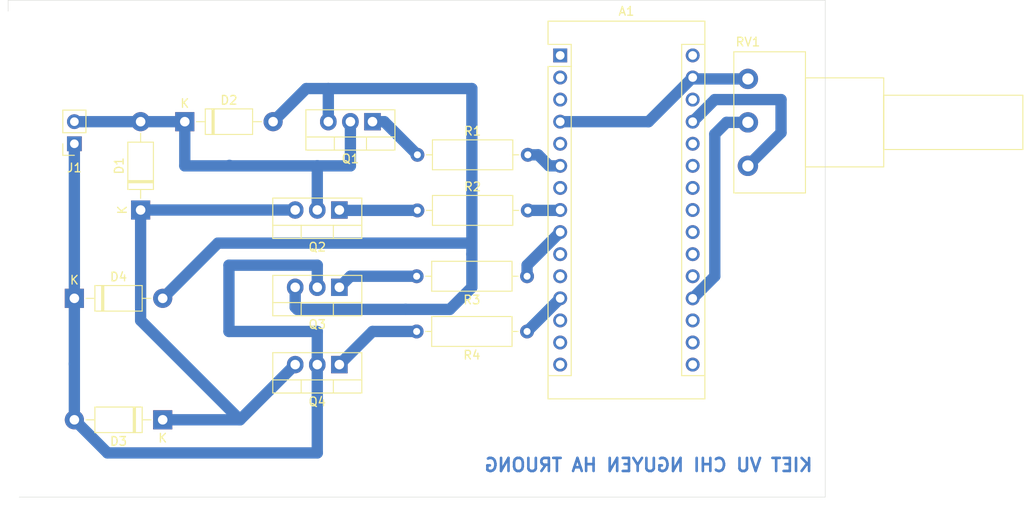
<source format=kicad_pcb>
(kicad_pcb (version 20171130) (host pcbnew "(5.1.10)-1")

  (general
    (thickness 1.6)
    (drawings 5)
    (tracks 73)
    (zones 0)
    (modules 15)
    (nets 38)
  )

  (page A4)
  (layers
    (0 F.Cu signal)
    (31 B.Cu signal)
    (32 B.Adhes user)
    (33 F.Adhes user)
    (34 B.Paste user)
    (35 F.Paste user)
    (36 B.SilkS user)
    (37 F.SilkS user)
    (38 B.Mask user)
    (39 F.Mask user)
    (40 Dwgs.User user)
    (41 Cmts.User user)
    (42 Eco1.User user)
    (43 Eco2.User user)
    (44 Edge.Cuts user)
    (45 Margin user)
    (46 B.CrtYd user)
    (47 F.CrtYd user)
    (48 B.Fab user)
    (49 F.Fab user)
  )

  (setup
    (last_trace_width 1.3)
    (user_trace_width 1)
    (user_trace_width 1.3)
    (trace_clearance 0.2)
    (zone_clearance 0.508)
    (zone_45_only no)
    (trace_min 0.2)
    (via_size 0.8)
    (via_drill 0.4)
    (via_min_size 0.4)
    (via_min_drill 0.3)
    (uvia_size 0.3)
    (uvia_drill 0.1)
    (uvias_allowed no)
    (uvia_min_size 0.2)
    (uvia_min_drill 0.1)
    (edge_width 0.05)
    (segment_width 0.2)
    (pcb_text_width 0.3)
    (pcb_text_size 1.5 1.5)
    (mod_edge_width 0.12)
    (mod_text_size 1 1)
    (mod_text_width 0.15)
    (pad_size 1.524 1.524)
    (pad_drill 0.762)
    (pad_to_mask_clearance 0)
    (aux_axis_origin 0 0)
    (visible_elements 7FFFFFFF)
    (pcbplotparams
      (layerselection 0x00000_fffffffe)
      (usegerberextensions false)
      (usegerberattributes true)
      (usegerberadvancedattributes true)
      (creategerberjobfile true)
      (excludeedgelayer true)
      (linewidth 0.100000)
      (plotframeref false)
      (viasonmask false)
      (mode 1)
      (useauxorigin false)
      (hpglpennumber 1)
      (hpglpenspeed 20)
      (hpglpendiameter 15.000000)
      (psnegative false)
      (psa4output false)
      (plotreference true)
      (plotvalue true)
      (plotinvisibletext false)
      (padsonsilk false)
      (subtractmaskfromsilk false)
      (outputformat 4)
      (mirror false)
      (drillshape 0)
      (scaleselection 1)
      (outputdirectory ""))
  )

  (net 0 "")
  (net 1 "Net-(A1-Pad16)")
  (net 2 "Net-(A1-Pad15)")
  (net 3 "Net-(A1-Pad30)")
  (net 4 "Net-(A1-Pad14)")
  (net 5 "Net-(A1-Pad29)")
  (net 6 "Net-(A1-Pad13)")
  (net 7 "Net-(A1-Pad28)")
  (net 8 "Net-(A1-Pad12)")
  (net 9 "Net-(A1-Pad27)")
  (net 10 "Net-(A1-Pad11)")
  (net 11 "Net-(A1-Pad26)")
  (net 12 "Net-(A1-Pad10)")
  (net 13 "Net-(A1-Pad25)")
  (net 14 "Net-(A1-Pad9)")
  (net 15 "Net-(A1-Pad24)")
  (net 16 "Net-(A1-Pad8)")
  (net 17 "Net-(A1-Pad23)")
  (net 18 "Net-(A1-Pad7)")
  (net 19 "Net-(A1-Pad22)")
  (net 20 "Net-(A1-Pad6)")
  (net 21 "Net-(A1-Pad21)")
  (net 22 "Net-(A1-Pad5)")
  (net 23 "Net-(A1-Pad20)")
  (net 24 "Net-(A1-Pad19)")
  (net 25 "Net-(A1-Pad3)")
  (net 26 "Net-(A1-Pad18)")
  (net 27 "Net-(A1-Pad2)")
  (net 28 "Net-(A1-Pad17)")
  (net 29 "Net-(A1-Pad1)")
  (net 30 "Net-(D1-Pad2)")
  (net 31 "Net-(D1-Pad1)")
  (net 32 "Net-(D3-Pad2)")
  (net 33 GND)
  (net 34 "Net-(Q1-Pad1)")
  (net 35 "Net-(Q2-Pad1)")
  (net 36 "Net-(Q3-Pad1)")
  (net 37 "Net-(Q4-Pad1)")

  (net_class Default "This is the default net class."
    (clearance 0.2)
    (trace_width 0.25)
    (via_dia 0.8)
    (via_drill 0.4)
    (uvia_dia 0.3)
    (uvia_drill 0.1)
    (add_net GND)
    (add_net "Net-(A1-Pad1)")
    (add_net "Net-(A1-Pad10)")
    (add_net "Net-(A1-Pad11)")
    (add_net "Net-(A1-Pad12)")
    (add_net "Net-(A1-Pad13)")
    (add_net "Net-(A1-Pad14)")
    (add_net "Net-(A1-Pad15)")
    (add_net "Net-(A1-Pad16)")
    (add_net "Net-(A1-Pad17)")
    (add_net "Net-(A1-Pad18)")
    (add_net "Net-(A1-Pad19)")
    (add_net "Net-(A1-Pad2)")
    (add_net "Net-(A1-Pad20)")
    (add_net "Net-(A1-Pad21)")
    (add_net "Net-(A1-Pad22)")
    (add_net "Net-(A1-Pad23)")
    (add_net "Net-(A1-Pad24)")
    (add_net "Net-(A1-Pad25)")
    (add_net "Net-(A1-Pad26)")
    (add_net "Net-(A1-Pad27)")
    (add_net "Net-(A1-Pad28)")
    (add_net "Net-(A1-Pad29)")
    (add_net "Net-(A1-Pad3)")
    (add_net "Net-(A1-Pad30)")
    (add_net "Net-(A1-Pad5)")
    (add_net "Net-(A1-Pad6)")
    (add_net "Net-(A1-Pad7)")
    (add_net "Net-(A1-Pad8)")
    (add_net "Net-(A1-Pad9)")
    (add_net "Net-(D1-Pad1)")
    (add_net "Net-(D1-Pad2)")
    (add_net "Net-(D3-Pad2)")
    (add_net "Net-(Q1-Pad1)")
    (add_net "Net-(Q2-Pad1)")
    (add_net "Net-(Q3-Pad1)")
    (add_net "Net-(Q4-Pad1)")
  )

  (module Package_TO_SOT_THT:TO-220-3_Vertical (layer F.Cu) (tedit 5AC8BA0D) (tstamp 63D7C118)
    (at 104.14 104.14 180)
    (descr "TO-220-3, Vertical, RM 2.54mm, see https://www.vishay.com/docs/66542/to-220-1.pdf")
    (tags "TO-220-3 Vertical RM 2.54mm")
    (path /63D84D2B)
    (fp_text reference Q4 (at 2.54 -4.27) (layer F.SilkS)
      (effects (font (size 1 1) (thickness 0.15)))
    )
    (fp_text value TIP127 (at 2.54 2.5) (layer F.Fab)
      (effects (font (size 1 1) (thickness 0.15)))
    )
    (fp_line (start 7.79 -3.4) (end -2.71 -3.4) (layer F.CrtYd) (width 0.05))
    (fp_line (start 7.79 1.51) (end 7.79 -3.4) (layer F.CrtYd) (width 0.05))
    (fp_line (start -2.71 1.51) (end 7.79 1.51) (layer F.CrtYd) (width 0.05))
    (fp_line (start -2.71 -3.4) (end -2.71 1.51) (layer F.CrtYd) (width 0.05))
    (fp_line (start 4.391 -3.27) (end 4.391 -1.76) (layer F.SilkS) (width 0.12))
    (fp_line (start 0.69 -3.27) (end 0.69 -1.76) (layer F.SilkS) (width 0.12))
    (fp_line (start -2.58 -1.76) (end 7.66 -1.76) (layer F.SilkS) (width 0.12))
    (fp_line (start 7.66 -3.27) (end 7.66 1.371) (layer F.SilkS) (width 0.12))
    (fp_line (start -2.58 -3.27) (end -2.58 1.371) (layer F.SilkS) (width 0.12))
    (fp_line (start -2.58 1.371) (end 7.66 1.371) (layer F.SilkS) (width 0.12))
    (fp_line (start -2.58 -3.27) (end 7.66 -3.27) (layer F.SilkS) (width 0.12))
    (fp_line (start 4.39 -3.15) (end 4.39 -1.88) (layer F.Fab) (width 0.1))
    (fp_line (start 0.69 -3.15) (end 0.69 -1.88) (layer F.Fab) (width 0.1))
    (fp_line (start -2.46 -1.88) (end 7.54 -1.88) (layer F.Fab) (width 0.1))
    (fp_line (start 7.54 -3.15) (end -2.46 -3.15) (layer F.Fab) (width 0.1))
    (fp_line (start 7.54 1.25) (end 7.54 -3.15) (layer F.Fab) (width 0.1))
    (fp_line (start -2.46 1.25) (end 7.54 1.25) (layer F.Fab) (width 0.1))
    (fp_line (start -2.46 -3.15) (end -2.46 1.25) (layer F.Fab) (width 0.1))
    (fp_text user %R (at 2.54 -4.27) (layer F.Fab)
      (effects (font (size 1 1) (thickness 0.15)))
    )
    (pad 3 thru_hole oval (at 5.08 0 180) (size 1.905 2) (drill 1.1) (layers *.Cu *.Mask)
      (net 31 "Net-(D1-Pad1)"))
    (pad 2 thru_hole oval (at 2.54 0 180) (size 1.905 2) (drill 1.1) (layers *.Cu *.Mask)
      (net 32 "Net-(D3-Pad2)"))
    (pad 1 thru_hole rect (at 0 0 180) (size 1.905 2) (drill 1.1) (layers *.Cu *.Mask)
      (net 37 "Net-(Q4-Pad1)"))
    (model ${KISYS3DMOD}/Package_TO_SOT_THT.3dshapes/TO-220-3_Vertical.wrl
      (at (xyz 0 0 0))
      (scale (xyz 1 1 1))
      (rotate (xyz 0 0 0))
    )
  )

  (module Resistor_THT:R_Axial_DIN0309_L9.0mm_D3.2mm_P12.70mm_Horizontal (layer F.Cu) (tedit 5AE5139B) (tstamp 63D7C12F)
    (at 113.115001 80.01)
    (descr "Resistor, Axial_DIN0309 series, Axial, Horizontal, pin pitch=12.7mm, 0.5W = 1/2W, length*diameter=9*3.2mm^2, http://cdn-reichelt.de/documents/datenblatt/B400/1_4W%23YAG.pdf")
    (tags "Resistor Axial_DIN0309 series Axial Horizontal pin pitch 12.7mm 0.5W = 1/2W length 9mm diameter 3.2mm")
    (path /63DAB10D)
    (fp_text reference R1 (at 6.35 -2.72) (layer F.SilkS)
      (effects (font (size 1 1) (thickness 0.15)))
    )
    (fp_text value R (at 6.35 2.72) (layer F.Fab)
      (effects (font (size 1 1) (thickness 0.15)))
    )
    (fp_line (start 13.75 -1.85) (end -1.05 -1.85) (layer F.CrtYd) (width 0.05))
    (fp_line (start 13.75 1.85) (end 13.75 -1.85) (layer F.CrtYd) (width 0.05))
    (fp_line (start -1.05 1.85) (end 13.75 1.85) (layer F.CrtYd) (width 0.05))
    (fp_line (start -1.05 -1.85) (end -1.05 1.85) (layer F.CrtYd) (width 0.05))
    (fp_line (start 11.66 0) (end 10.97 0) (layer F.SilkS) (width 0.12))
    (fp_line (start 1.04 0) (end 1.73 0) (layer F.SilkS) (width 0.12))
    (fp_line (start 10.97 -1.72) (end 1.73 -1.72) (layer F.SilkS) (width 0.12))
    (fp_line (start 10.97 1.72) (end 10.97 -1.72) (layer F.SilkS) (width 0.12))
    (fp_line (start 1.73 1.72) (end 10.97 1.72) (layer F.SilkS) (width 0.12))
    (fp_line (start 1.73 -1.72) (end 1.73 1.72) (layer F.SilkS) (width 0.12))
    (fp_line (start 12.7 0) (end 10.85 0) (layer F.Fab) (width 0.1))
    (fp_line (start 0 0) (end 1.85 0) (layer F.Fab) (width 0.1))
    (fp_line (start 10.85 -1.6) (end 1.85 -1.6) (layer F.Fab) (width 0.1))
    (fp_line (start 10.85 1.6) (end 10.85 -1.6) (layer F.Fab) (width 0.1))
    (fp_line (start 1.85 1.6) (end 10.85 1.6) (layer F.Fab) (width 0.1))
    (fp_line (start 1.85 -1.6) (end 1.85 1.6) (layer F.Fab) (width 0.1))
    (fp_text user %R (at 6.35 0) (layer F.Fab)
      (effects (font (size 1 1) (thickness 0.15)))
    )
    (pad 2 thru_hole oval (at 12.7 0) (size 1.6 1.6) (drill 0.8) (layers *.Cu *.Mask)
      (net 20 "Net-(A1-Pad6)"))
    (pad 1 thru_hole circle (at 0 0) (size 1.6 1.6) (drill 0.8) (layers *.Cu *.Mask)
      (net 34 "Net-(Q1-Pad1)"))
    (model ${KISYS3DMOD}/Resistor_THT.3dshapes/R_Axial_DIN0309_L9.0mm_D3.2mm_P12.70mm_Horizontal.wrl
      (at (xyz 0 0 0))
      (scale (xyz 1 1 1))
      (rotate (xyz 0 0 0))
    )
  )

  (module Package_TO_SOT_THT:TO-220-3_Vertical (layer F.Cu) (tedit 5AC8BA0D) (tstamp 63D7C0CA)
    (at 107.95 76.2 180)
    (descr "TO-220-3, Vertical, RM 2.54mm, see https://www.vishay.com/docs/66542/to-220-1.pdf")
    (tags "TO-220-3 Vertical RM 2.54mm")
    (path /63D7B807)
    (fp_text reference Q1 (at 2.54 -4.27) (layer F.SilkS)
      (effects (font (size 1 1) (thickness 0.15)))
    )
    (fp_text value TIP122 (at 2.54 2.5) (layer F.Fab)
      (effects (font (size 1 1) (thickness 0.15)))
    )
    (fp_line (start 7.79 -3.4) (end -2.71 -3.4) (layer F.CrtYd) (width 0.05))
    (fp_line (start 7.79 1.51) (end 7.79 -3.4) (layer F.CrtYd) (width 0.05))
    (fp_line (start -2.71 1.51) (end 7.79 1.51) (layer F.CrtYd) (width 0.05))
    (fp_line (start -2.71 -3.4) (end -2.71 1.51) (layer F.CrtYd) (width 0.05))
    (fp_line (start 4.391 -3.27) (end 4.391 -1.76) (layer F.SilkS) (width 0.12))
    (fp_line (start 0.69 -3.27) (end 0.69 -1.76) (layer F.SilkS) (width 0.12))
    (fp_line (start -2.58 -1.76) (end 7.66 -1.76) (layer F.SilkS) (width 0.12))
    (fp_line (start 7.66 -3.27) (end 7.66 1.371) (layer F.SilkS) (width 0.12))
    (fp_line (start -2.58 -3.27) (end -2.58 1.371) (layer F.SilkS) (width 0.12))
    (fp_line (start -2.58 1.371) (end 7.66 1.371) (layer F.SilkS) (width 0.12))
    (fp_line (start -2.58 -3.27) (end 7.66 -3.27) (layer F.SilkS) (width 0.12))
    (fp_line (start 4.39 -3.15) (end 4.39 -1.88) (layer F.Fab) (width 0.1))
    (fp_line (start 0.69 -3.15) (end 0.69 -1.88) (layer F.Fab) (width 0.1))
    (fp_line (start -2.46 -1.88) (end 7.54 -1.88) (layer F.Fab) (width 0.1))
    (fp_line (start 7.54 -3.15) (end -2.46 -3.15) (layer F.Fab) (width 0.1))
    (fp_line (start 7.54 1.25) (end 7.54 -3.15) (layer F.Fab) (width 0.1))
    (fp_line (start -2.46 1.25) (end 7.54 1.25) (layer F.Fab) (width 0.1))
    (fp_line (start -2.46 -3.15) (end -2.46 1.25) (layer F.Fab) (width 0.1))
    (fp_text user %R (at 2.54 -4.27) (layer F.Fab)
      (effects (font (size 1 1) (thickness 0.15)))
    )
    (pad 3 thru_hole oval (at 5.08 0 180) (size 1.905 2) (drill 1.1) (layers *.Cu *.Mask)
      (net 33 GND))
    (pad 2 thru_hole oval (at 2.54 0 180) (size 1.905 2) (drill 1.1) (layers *.Cu *.Mask)
      (net 30 "Net-(D1-Pad2)"))
    (pad 1 thru_hole rect (at 0 0 180) (size 1.905 2) (drill 1.1) (layers *.Cu *.Mask)
      (net 34 "Net-(Q1-Pad1)"))
    (model ${KISYS3DMOD}/Package_TO_SOT_THT.3dshapes/TO-220-3_Vertical.wrl
      (at (xyz 0 0 0))
      (scale (xyz 1 1 1))
      (rotate (xyz 0 0 0))
    )
  )

  (module Potentiometer_THT:Potentiometer_Piher_PC-16_Single_Horizontal (layer F.Cu) (tedit 5A3D4993) (tstamp 63D7C198)
    (at 151.13 81.28)
    (descr "Potentiometer, horizontal, Piher PC-16 Single, http://www.piher-nacesa.com/pdf/20-PC16v03.pdf")
    (tags "Potentiometer horizontal Piher PC-16 Single")
    (path /63DD9462)
    (fp_text reference RV1 (at 0 -14.25) (layer F.SilkS)
      (effects (font (size 1 1) (thickness 0.15)))
    )
    (fp_text value R_POT (at 0 4.25) (layer F.Fab)
      (effects (font (size 1 1) (thickness 0.15)))
    )
    (fp_line (start 31.75 -13.25) (end -1.75 -13.25) (layer F.CrtYd) (width 0.05))
    (fp_line (start 31.75 3.25) (end 31.75 -13.25) (layer F.CrtYd) (width 0.05))
    (fp_line (start -1.75 3.25) (end 31.75 3.25) (layer F.CrtYd) (width 0.05))
    (fp_line (start -1.75 -13.25) (end -1.75 3.25) (layer F.CrtYd) (width 0.05))
    (fp_line (start 31.62 -8.12) (end 31.62 -1.879) (layer F.SilkS) (width 0.12))
    (fp_line (start 15.62 -8.12) (end 15.62 -1.879) (layer F.SilkS) (width 0.12))
    (fp_line (start 15.62 -1.879) (end 31.62 -1.879) (layer F.SilkS) (width 0.12))
    (fp_line (start 15.62 -8.12) (end 31.62 -8.12) (layer F.SilkS) (width 0.12))
    (fp_line (start 15.62 -10.12) (end 15.62 0.12) (layer F.SilkS) (width 0.12))
    (fp_line (start 6.62 -10.12) (end 6.62 0.12) (layer F.SilkS) (width 0.12))
    (fp_line (start 6.62 0.12) (end 15.62 0.12) (layer F.SilkS) (width 0.12))
    (fp_line (start 6.62 -10.12) (end 15.62 -10.12) (layer F.SilkS) (width 0.12))
    (fp_line (start 6.62 -13.12) (end 6.62 3.12) (layer F.SilkS) (width 0.12))
    (fp_line (start -1.62 -13.12) (end -1.62 3.12) (layer F.SilkS) (width 0.12))
    (fp_line (start -1.62 3.12) (end 6.62 3.12) (layer F.SilkS) (width 0.12))
    (fp_line (start -1.62 -13.12) (end 6.62 -13.12) (layer F.SilkS) (width 0.12))
    (fp_line (start 31.5 -8) (end 15.5 -8) (layer F.Fab) (width 0.1))
    (fp_line (start 31.5 -2) (end 31.5 -8) (layer F.Fab) (width 0.1))
    (fp_line (start 15.5 -2) (end 31.5 -2) (layer F.Fab) (width 0.1))
    (fp_line (start 15.5 -8) (end 15.5 -2) (layer F.Fab) (width 0.1))
    (fp_line (start 15.5 -10) (end 6.5 -10) (layer F.Fab) (width 0.1))
    (fp_line (start 15.5 0) (end 15.5 -10) (layer F.Fab) (width 0.1))
    (fp_line (start 6.5 0) (end 15.5 0) (layer F.Fab) (width 0.1))
    (fp_line (start 6.5 -10) (end 6.5 0) (layer F.Fab) (width 0.1))
    (fp_line (start 6.5 -13) (end -1.5 -13) (layer F.Fab) (width 0.1))
    (fp_line (start 6.5 3) (end 6.5 -13) (layer F.Fab) (width 0.1))
    (fp_line (start -1.5 3) (end 6.5 3) (layer F.Fab) (width 0.1))
    (fp_line (start -1.5 -13) (end -1.5 3) (layer F.Fab) (width 0.1))
    (fp_text user %R (at 2.5 -5) (layer F.Fab)
      (effects (font (size 1 1) (thickness 0.15)))
    )
    (pad 1 thru_hole circle (at 0 0) (size 2.34 2.34) (drill 1.3) (layers *.Cu *.Mask)
      (net 9 "Net-(A1-Pad27)"))
    (pad 2 thru_hole circle (at 0 -5) (size 2.34 2.34) (drill 1.3) (layers *.Cu *.Mask)
      (net 24 "Net-(A1-Pad19)"))
    (pad 3 thru_hole circle (at 0 -10) (size 2.34 2.34) (drill 1.3) (layers *.Cu *.Mask)
      (net 5 "Net-(A1-Pad29)"))
    (model ${KISYS3DMOD}/Potentiometer_THT.3dshapes/Potentiometer_Piher_PC-16_Single_Horizontal.wrl
      (at (xyz 0 0 0))
      (scale (xyz 1 1 1))
      (rotate (xyz 0 0 0))
    )
  )

  (module Resistor_THT:R_Axial_DIN0309_L9.0mm_D3.2mm_P12.70mm_Horizontal (layer F.Cu) (tedit 5AE5139B) (tstamp 63D7C174)
    (at 125.73 100.33 180)
    (descr "Resistor, Axial_DIN0309 series, Axial, Horizontal, pin pitch=12.7mm, 0.5W = 1/2W, length*diameter=9*3.2mm^2, http://cdn-reichelt.de/documents/datenblatt/B400/1_4W%23YAG.pdf")
    (tags "Resistor Axial_DIN0309 series Axial Horizontal pin pitch 12.7mm 0.5W = 1/2W length 9mm diameter 3.2mm")
    (path /63DAC920)
    (fp_text reference R4 (at 6.35 -2.72) (layer F.SilkS)
      (effects (font (size 1 1) (thickness 0.15)))
    )
    (fp_text value R (at 6.35 2.72) (layer F.Fab)
      (effects (font (size 1 1) (thickness 0.15)))
    )
    (fp_line (start 13.75 -1.85) (end -1.05 -1.85) (layer F.CrtYd) (width 0.05))
    (fp_line (start 13.75 1.85) (end 13.75 -1.85) (layer F.CrtYd) (width 0.05))
    (fp_line (start -1.05 1.85) (end 13.75 1.85) (layer F.CrtYd) (width 0.05))
    (fp_line (start -1.05 -1.85) (end -1.05 1.85) (layer F.CrtYd) (width 0.05))
    (fp_line (start 11.66 0) (end 10.97 0) (layer F.SilkS) (width 0.12))
    (fp_line (start 1.04 0) (end 1.73 0) (layer F.SilkS) (width 0.12))
    (fp_line (start 10.97 -1.72) (end 1.73 -1.72) (layer F.SilkS) (width 0.12))
    (fp_line (start 10.97 1.72) (end 10.97 -1.72) (layer F.SilkS) (width 0.12))
    (fp_line (start 1.73 1.72) (end 10.97 1.72) (layer F.SilkS) (width 0.12))
    (fp_line (start 1.73 -1.72) (end 1.73 1.72) (layer F.SilkS) (width 0.12))
    (fp_line (start 12.7 0) (end 10.85 0) (layer F.Fab) (width 0.1))
    (fp_line (start 0 0) (end 1.85 0) (layer F.Fab) (width 0.1))
    (fp_line (start 10.85 -1.6) (end 1.85 -1.6) (layer F.Fab) (width 0.1))
    (fp_line (start 10.85 1.6) (end 10.85 -1.6) (layer F.Fab) (width 0.1))
    (fp_line (start 1.85 1.6) (end 10.85 1.6) (layer F.Fab) (width 0.1))
    (fp_line (start 1.85 -1.6) (end 1.85 1.6) (layer F.Fab) (width 0.1))
    (fp_text user %R (at 6.35 0) (layer F.Fab)
      (effects (font (size 1 1) (thickness 0.15)))
    )
    (pad 2 thru_hole oval (at 12.7 0 180) (size 1.6 1.6) (drill 0.8) (layers *.Cu *.Mask)
      (net 37 "Net-(Q4-Pad1)"))
    (pad 1 thru_hole circle (at 0 0 180) (size 1.6 1.6) (drill 0.8) (layers *.Cu *.Mask)
      (net 8 "Net-(A1-Pad12)"))
    (model ${KISYS3DMOD}/Resistor_THT.3dshapes/R_Axial_DIN0309_L9.0mm_D3.2mm_P12.70mm_Horizontal.wrl
      (at (xyz 0 0 0))
      (scale (xyz 1 1 1))
      (rotate (xyz 0 0 0))
    )
  )

  (module Resistor_THT:R_Axial_DIN0309_L9.0mm_D3.2mm_P12.70mm_Horizontal (layer F.Cu) (tedit 5AE5139B) (tstamp 63D7C15D)
    (at 125.73 93.98 180)
    (descr "Resistor, Axial_DIN0309 series, Axial, Horizontal, pin pitch=12.7mm, 0.5W = 1/2W, length*diameter=9*3.2mm^2, http://cdn-reichelt.de/documents/datenblatt/B400/1_4W%23YAG.pdf")
    (tags "Resistor Axial_DIN0309 series Axial Horizontal pin pitch 12.7mm 0.5W = 1/2W length 9mm diameter 3.2mm")
    (path /63DAC7B0)
    (fp_text reference R3 (at 6.35 -2.72) (layer F.SilkS)
      (effects (font (size 1 1) (thickness 0.15)))
    )
    (fp_text value R (at 6.35 2.72) (layer F.Fab)
      (effects (font (size 1 1) (thickness 0.15)))
    )
    (fp_line (start 13.75 -1.85) (end -1.05 -1.85) (layer F.CrtYd) (width 0.05))
    (fp_line (start 13.75 1.85) (end 13.75 -1.85) (layer F.CrtYd) (width 0.05))
    (fp_line (start -1.05 1.85) (end 13.75 1.85) (layer F.CrtYd) (width 0.05))
    (fp_line (start -1.05 -1.85) (end -1.05 1.85) (layer F.CrtYd) (width 0.05))
    (fp_line (start 11.66 0) (end 10.97 0) (layer F.SilkS) (width 0.12))
    (fp_line (start 1.04 0) (end 1.73 0) (layer F.SilkS) (width 0.12))
    (fp_line (start 10.97 -1.72) (end 1.73 -1.72) (layer F.SilkS) (width 0.12))
    (fp_line (start 10.97 1.72) (end 10.97 -1.72) (layer F.SilkS) (width 0.12))
    (fp_line (start 1.73 1.72) (end 10.97 1.72) (layer F.SilkS) (width 0.12))
    (fp_line (start 1.73 -1.72) (end 1.73 1.72) (layer F.SilkS) (width 0.12))
    (fp_line (start 12.7 0) (end 10.85 0) (layer F.Fab) (width 0.1))
    (fp_line (start 0 0) (end 1.85 0) (layer F.Fab) (width 0.1))
    (fp_line (start 10.85 -1.6) (end 1.85 -1.6) (layer F.Fab) (width 0.1))
    (fp_line (start 10.85 1.6) (end 10.85 -1.6) (layer F.Fab) (width 0.1))
    (fp_line (start 1.85 1.6) (end 10.85 1.6) (layer F.Fab) (width 0.1))
    (fp_line (start 1.85 -1.6) (end 1.85 1.6) (layer F.Fab) (width 0.1))
    (fp_text user %R (at 6.35 0 180) (layer F.Fab)
      (effects (font (size 1 1) (thickness 0.15)))
    )
    (pad 2 thru_hole oval (at 12.7 0 180) (size 1.6 1.6) (drill 0.8) (layers *.Cu *.Mask)
      (net 36 "Net-(Q3-Pad1)"))
    (pad 1 thru_hole circle (at 0 0 180) (size 1.6 1.6) (drill 0.8) (layers *.Cu *.Mask)
      (net 14 "Net-(A1-Pad9)"))
    (model ${KISYS3DMOD}/Resistor_THT.3dshapes/R_Axial_DIN0309_L9.0mm_D3.2mm_P12.70mm_Horizontal.wrl
      (at (xyz 0 0 0))
      (scale (xyz 1 1 1))
      (rotate (xyz 0 0 0))
    )
  )

  (module Resistor_THT:R_Axial_DIN0309_L9.0mm_D3.2mm_P12.70mm_Horizontal (layer F.Cu) (tedit 5AE5139B) (tstamp 63D7C146)
    (at 113.115001 86.405001)
    (descr "Resistor, Axial_DIN0309 series, Axial, Horizontal, pin pitch=12.7mm, 0.5W = 1/2W, length*diameter=9*3.2mm^2, http://cdn-reichelt.de/documents/datenblatt/B400/1_4W%23YAG.pdf")
    (tags "Resistor Axial_DIN0309 series Axial Horizontal pin pitch 12.7mm 0.5W = 1/2W length 9mm diameter 3.2mm")
    (path /63DAC70C)
    (fp_text reference R2 (at 6.35 -2.72) (layer F.SilkS)
      (effects (font (size 1 1) (thickness 0.15)))
    )
    (fp_text value R (at 6.35 2.72) (layer F.Fab)
      (effects (font (size 1 1) (thickness 0.15)))
    )
    (fp_line (start 13.75 -1.85) (end -1.05 -1.85) (layer F.CrtYd) (width 0.05))
    (fp_line (start 13.75 1.85) (end 13.75 -1.85) (layer F.CrtYd) (width 0.05))
    (fp_line (start -1.05 1.85) (end 13.75 1.85) (layer F.CrtYd) (width 0.05))
    (fp_line (start -1.05 -1.85) (end -1.05 1.85) (layer F.CrtYd) (width 0.05))
    (fp_line (start 11.66 0) (end 10.97 0) (layer F.SilkS) (width 0.12))
    (fp_line (start 1.04 0) (end 1.73 0) (layer F.SilkS) (width 0.12))
    (fp_line (start 10.97 -1.72) (end 1.73 -1.72) (layer F.SilkS) (width 0.12))
    (fp_line (start 10.97 1.72) (end 10.97 -1.72) (layer F.SilkS) (width 0.12))
    (fp_line (start 1.73 1.72) (end 10.97 1.72) (layer F.SilkS) (width 0.12))
    (fp_line (start 1.73 -1.72) (end 1.73 1.72) (layer F.SilkS) (width 0.12))
    (fp_line (start 12.7 0) (end 10.85 0) (layer F.Fab) (width 0.1))
    (fp_line (start 0 0) (end 1.85 0) (layer F.Fab) (width 0.1))
    (fp_line (start 10.85 -1.6) (end 1.85 -1.6) (layer F.Fab) (width 0.1))
    (fp_line (start 10.85 1.6) (end 10.85 -1.6) (layer F.Fab) (width 0.1))
    (fp_line (start 1.85 1.6) (end 10.85 1.6) (layer F.Fab) (width 0.1))
    (fp_line (start 1.85 -1.6) (end 1.85 1.6) (layer F.Fab) (width 0.1))
    (fp_text user %R (at 6.35 0) (layer F.Fab)
      (effects (font (size 1 1) (thickness 0.15)))
    )
    (pad 2 thru_hole oval (at 12.7 0) (size 1.6 1.6) (drill 0.8) (layers *.Cu *.Mask)
      (net 16 "Net-(A1-Pad8)"))
    (pad 1 thru_hole circle (at 0 0) (size 1.6 1.6) (drill 0.8) (layers *.Cu *.Mask)
      (net 35 "Net-(Q2-Pad1)"))
    (model ${KISYS3DMOD}/Resistor_THT.3dshapes/R_Axial_DIN0309_L9.0mm_D3.2mm_P12.70mm_Horizontal.wrl
      (at (xyz 0 0 0))
      (scale (xyz 1 1 1))
      (rotate (xyz 0 0 0))
    )
  )

  (module Package_TO_SOT_THT:TO-220-3_Vertical (layer F.Cu) (tedit 5AC8BA0D) (tstamp 63D7C0FE)
    (at 104.14 95.25 180)
    (descr "TO-220-3, Vertical, RM 2.54mm, see https://www.vishay.com/docs/66542/to-220-1.pdf")
    (tags "TO-220-3 Vertical RM 2.54mm")
    (path /63D7FA33)
    (fp_text reference Q3 (at 2.54 -4.27) (layer F.SilkS)
      (effects (font (size 1 1) (thickness 0.15)))
    )
    (fp_text value TIP122 (at 2.54 2.5) (layer F.Fab)
      (effects (font (size 1 1) (thickness 0.15)))
    )
    (fp_line (start 7.79 -3.4) (end -2.71 -3.4) (layer F.CrtYd) (width 0.05))
    (fp_line (start 7.79 1.51) (end 7.79 -3.4) (layer F.CrtYd) (width 0.05))
    (fp_line (start -2.71 1.51) (end 7.79 1.51) (layer F.CrtYd) (width 0.05))
    (fp_line (start -2.71 -3.4) (end -2.71 1.51) (layer F.CrtYd) (width 0.05))
    (fp_line (start 4.391 -3.27) (end 4.391 -1.76) (layer F.SilkS) (width 0.12))
    (fp_line (start 0.69 -3.27) (end 0.69 -1.76) (layer F.SilkS) (width 0.12))
    (fp_line (start -2.58 -1.76) (end 7.66 -1.76) (layer F.SilkS) (width 0.12))
    (fp_line (start 7.66 -3.27) (end 7.66 1.371) (layer F.SilkS) (width 0.12))
    (fp_line (start -2.58 -3.27) (end -2.58 1.371) (layer F.SilkS) (width 0.12))
    (fp_line (start -2.58 1.371) (end 7.66 1.371) (layer F.SilkS) (width 0.12))
    (fp_line (start -2.58 -3.27) (end 7.66 -3.27) (layer F.SilkS) (width 0.12))
    (fp_line (start 4.39 -3.15) (end 4.39 -1.88) (layer F.Fab) (width 0.1))
    (fp_line (start 0.69 -3.15) (end 0.69 -1.88) (layer F.Fab) (width 0.1))
    (fp_line (start -2.46 -1.88) (end 7.54 -1.88) (layer F.Fab) (width 0.1))
    (fp_line (start 7.54 -3.15) (end -2.46 -3.15) (layer F.Fab) (width 0.1))
    (fp_line (start 7.54 1.25) (end 7.54 -3.15) (layer F.Fab) (width 0.1))
    (fp_line (start -2.46 1.25) (end 7.54 1.25) (layer F.Fab) (width 0.1))
    (fp_line (start -2.46 -3.15) (end -2.46 1.25) (layer F.Fab) (width 0.1))
    (fp_text user %R (at 2.54 -4.27) (layer F.Fab)
      (effects (font (size 1 1) (thickness 0.15)))
    )
    (pad 3 thru_hole oval (at 5.08 0 180) (size 1.905 2) (drill 1.1) (layers *.Cu *.Mask)
      (net 33 GND))
    (pad 2 thru_hole oval (at 2.54 0 180) (size 1.905 2) (drill 1.1) (layers *.Cu *.Mask)
      (net 32 "Net-(D3-Pad2)"))
    (pad 1 thru_hole rect (at 0 0 180) (size 1.905 2) (drill 1.1) (layers *.Cu *.Mask)
      (net 36 "Net-(Q3-Pad1)"))
    (model ${KISYS3DMOD}/Package_TO_SOT_THT.3dshapes/TO-220-3_Vertical.wrl
      (at (xyz 0 0 0))
      (scale (xyz 1 1 1))
      (rotate (xyz 0 0 0))
    )
  )

  (module Package_TO_SOT_THT:TO-220-3_Vertical (layer F.Cu) (tedit 5AC8BA0D) (tstamp 63D7C0E4)
    (at 104.14 86.36 180)
    (descr "TO-220-3, Vertical, RM 2.54mm, see https://www.vishay.com/docs/66542/to-220-1.pdf")
    (tags "TO-220-3 Vertical RM 2.54mm")
    (path /63D801D5)
    (fp_text reference Q2 (at 2.54 -4.27) (layer F.SilkS)
      (effects (font (size 1 1) (thickness 0.15)))
    )
    (fp_text value TIP127 (at 2.54 2.5) (layer F.Fab)
      (effects (font (size 1 1) (thickness 0.15)))
    )
    (fp_line (start 7.79 -3.4) (end -2.71 -3.4) (layer F.CrtYd) (width 0.05))
    (fp_line (start 7.79 1.51) (end 7.79 -3.4) (layer F.CrtYd) (width 0.05))
    (fp_line (start -2.71 1.51) (end 7.79 1.51) (layer F.CrtYd) (width 0.05))
    (fp_line (start -2.71 -3.4) (end -2.71 1.51) (layer F.CrtYd) (width 0.05))
    (fp_line (start 4.391 -3.27) (end 4.391 -1.76) (layer F.SilkS) (width 0.12))
    (fp_line (start 0.69 -3.27) (end 0.69 -1.76) (layer F.SilkS) (width 0.12))
    (fp_line (start -2.58 -1.76) (end 7.66 -1.76) (layer F.SilkS) (width 0.12))
    (fp_line (start 7.66 -3.27) (end 7.66 1.371) (layer F.SilkS) (width 0.12))
    (fp_line (start -2.58 -3.27) (end -2.58 1.371) (layer F.SilkS) (width 0.12))
    (fp_line (start -2.58 1.371) (end 7.66 1.371) (layer F.SilkS) (width 0.12))
    (fp_line (start -2.58 -3.27) (end 7.66 -3.27) (layer F.SilkS) (width 0.12))
    (fp_line (start 4.39 -3.15) (end 4.39 -1.88) (layer F.Fab) (width 0.1))
    (fp_line (start 0.69 -3.15) (end 0.69 -1.88) (layer F.Fab) (width 0.1))
    (fp_line (start -2.46 -1.88) (end 7.54 -1.88) (layer F.Fab) (width 0.1))
    (fp_line (start 7.54 -3.15) (end -2.46 -3.15) (layer F.Fab) (width 0.1))
    (fp_line (start 7.54 1.25) (end 7.54 -3.15) (layer F.Fab) (width 0.1))
    (fp_line (start -2.46 1.25) (end 7.54 1.25) (layer F.Fab) (width 0.1))
    (fp_line (start -2.46 -3.15) (end -2.46 1.25) (layer F.Fab) (width 0.1))
    (fp_text user %R (at 2.54 -4.27) (layer F.Fab)
      (effects (font (size 1 1) (thickness 0.15)))
    )
    (pad 3 thru_hole oval (at 5.08 0 180) (size 1.905 2) (drill 1.1) (layers *.Cu *.Mask)
      (net 31 "Net-(D1-Pad1)"))
    (pad 2 thru_hole oval (at 2.54 0 180) (size 1.905 2) (drill 1.1) (layers *.Cu *.Mask)
      (net 30 "Net-(D1-Pad2)"))
    (pad 1 thru_hole rect (at 0 0 180) (size 1.905 2) (drill 1.1) (layers *.Cu *.Mask)
      (net 35 "Net-(Q2-Pad1)"))
    (model ${KISYS3DMOD}/Package_TO_SOT_THT.3dshapes/TO-220-3_Vertical.wrl
      (at (xyz 0 0 0))
      (scale (xyz 1 1 1))
      (rotate (xyz 0 0 0))
    )
  )

  (module Connector_PinSocket_2.54mm:PinSocket_1x02_P2.54mm_Vertical (layer F.Cu) (tedit 5A19A420) (tstamp 63D7C0B0)
    (at 73.66 78.74 180)
    (descr "Through hole straight socket strip, 1x02, 2.54mm pitch, single row (from Kicad 4.0.7), script generated")
    (tags "Through hole socket strip THT 1x02 2.54mm single row")
    (path /63DC79E4)
    (fp_text reference J1 (at 0 -2.77) (layer F.SilkS)
      (effects (font (size 1 1) (thickness 0.15)))
    )
    (fp_text value Screw_Terminal_01x02 (at 0 5.31) (layer F.Fab)
      (effects (font (size 1 1) (thickness 0.15)))
    )
    (fp_line (start -1.8 4.3) (end -1.8 -1.8) (layer F.CrtYd) (width 0.05))
    (fp_line (start 1.75 4.3) (end -1.8 4.3) (layer F.CrtYd) (width 0.05))
    (fp_line (start 1.75 -1.8) (end 1.75 4.3) (layer F.CrtYd) (width 0.05))
    (fp_line (start -1.8 -1.8) (end 1.75 -1.8) (layer F.CrtYd) (width 0.05))
    (fp_line (start 0 -1.33) (end 1.33 -1.33) (layer F.SilkS) (width 0.12))
    (fp_line (start 1.33 -1.33) (end 1.33 0) (layer F.SilkS) (width 0.12))
    (fp_line (start 1.33 1.27) (end 1.33 3.87) (layer F.SilkS) (width 0.12))
    (fp_line (start -1.33 3.87) (end 1.33 3.87) (layer F.SilkS) (width 0.12))
    (fp_line (start -1.33 1.27) (end -1.33 3.87) (layer F.SilkS) (width 0.12))
    (fp_line (start -1.33 1.27) (end 1.33 1.27) (layer F.SilkS) (width 0.12))
    (fp_line (start -1.27 3.81) (end -1.27 -1.27) (layer F.Fab) (width 0.1))
    (fp_line (start 1.27 3.81) (end -1.27 3.81) (layer F.Fab) (width 0.1))
    (fp_line (start 1.27 -0.635) (end 1.27 3.81) (layer F.Fab) (width 0.1))
    (fp_line (start 0.635 -1.27) (end 1.27 -0.635) (layer F.Fab) (width 0.1))
    (fp_line (start -1.27 -1.27) (end 0.635 -1.27) (layer F.Fab) (width 0.1))
    (fp_text user %R (at 0 1.27 90) (layer F.Fab)
      (effects (font (size 1 1) (thickness 0.15)))
    )
    (pad 2 thru_hole oval (at 0 2.54 180) (size 1.7 1.7) (drill 1) (layers *.Cu *.Mask)
      (net 30 "Net-(D1-Pad2)"))
    (pad 1 thru_hole rect (at 0 0 180) (size 1.7 1.7) (drill 1) (layers *.Cu *.Mask)
      (net 32 "Net-(D3-Pad2)"))
    (model ${KISYS3DMOD}/Connector_PinSocket_2.54mm.3dshapes/PinSocket_1x02_P2.54mm_Vertical.wrl
      (at (xyz 0 0 0))
      (scale (xyz 1 1 1))
      (rotate (xyz 0 0 0))
    )
  )

  (module Diode_THT:D_DO-41_SOD81_P10.16mm_Horizontal (layer F.Cu) (tedit 5AE50CD5) (tstamp 63D7C09A)
    (at 73.66 96.52)
    (descr "Diode, DO-41_SOD81 series, Axial, Horizontal, pin pitch=10.16mm, , length*diameter=5.2*2.7mm^2, , http://www.diodes.com/_files/packages/DO-41%20(Plastic).pdf")
    (tags "Diode DO-41_SOD81 series Axial Horizontal pin pitch 10.16mm  length 5.2mm diameter 2.7mm")
    (path /63DCA096)
    (fp_text reference D4 (at 5.08 -2.47) (layer F.SilkS)
      (effects (font (size 1 1) (thickness 0.15)))
    )
    (fp_text value 1N4001 (at 5.08 2.47) (layer F.Fab)
      (effects (font (size 1 1) (thickness 0.15)))
    )
    (fp_line (start 11.51 -1.6) (end -1.35 -1.6) (layer F.CrtYd) (width 0.05))
    (fp_line (start 11.51 1.6) (end 11.51 -1.6) (layer F.CrtYd) (width 0.05))
    (fp_line (start -1.35 1.6) (end 11.51 1.6) (layer F.CrtYd) (width 0.05))
    (fp_line (start -1.35 -1.6) (end -1.35 1.6) (layer F.CrtYd) (width 0.05))
    (fp_line (start 3.14 -1.47) (end 3.14 1.47) (layer F.SilkS) (width 0.12))
    (fp_line (start 3.38 -1.47) (end 3.38 1.47) (layer F.SilkS) (width 0.12))
    (fp_line (start 3.26 -1.47) (end 3.26 1.47) (layer F.SilkS) (width 0.12))
    (fp_line (start 8.82 0) (end 7.8 0) (layer F.SilkS) (width 0.12))
    (fp_line (start 1.34 0) (end 2.36 0) (layer F.SilkS) (width 0.12))
    (fp_line (start 7.8 -1.47) (end 2.36 -1.47) (layer F.SilkS) (width 0.12))
    (fp_line (start 7.8 1.47) (end 7.8 -1.47) (layer F.SilkS) (width 0.12))
    (fp_line (start 2.36 1.47) (end 7.8 1.47) (layer F.SilkS) (width 0.12))
    (fp_line (start 2.36 -1.47) (end 2.36 1.47) (layer F.SilkS) (width 0.12))
    (fp_line (start 3.16 -1.35) (end 3.16 1.35) (layer F.Fab) (width 0.1))
    (fp_line (start 3.36 -1.35) (end 3.36 1.35) (layer F.Fab) (width 0.1))
    (fp_line (start 3.26 -1.35) (end 3.26 1.35) (layer F.Fab) (width 0.1))
    (fp_line (start 10.16 0) (end 7.68 0) (layer F.Fab) (width 0.1))
    (fp_line (start 0 0) (end 2.48 0) (layer F.Fab) (width 0.1))
    (fp_line (start 7.68 -1.35) (end 2.48 -1.35) (layer F.Fab) (width 0.1))
    (fp_line (start 7.68 1.35) (end 7.68 -1.35) (layer F.Fab) (width 0.1))
    (fp_line (start 2.48 1.35) (end 7.68 1.35) (layer F.Fab) (width 0.1))
    (fp_line (start 2.48 -1.35) (end 2.48 1.35) (layer F.Fab) (width 0.1))
    (fp_text user K (at 0 -2.1) (layer F.SilkS)
      (effects (font (size 1 1) (thickness 0.15)))
    )
    (fp_text user K (at 0 -2.1) (layer F.Fab)
      (effects (font (size 1 1) (thickness 0.15)))
    )
    (fp_text user %R (at 5.47 0) (layer F.Fab)
      (effects (font (size 1 1) (thickness 0.15)))
    )
    (pad 2 thru_hole oval (at 10.16 0) (size 2.2 2.2) (drill 1.1) (layers *.Cu *.Mask)
      (net 33 GND))
    (pad 1 thru_hole rect (at 0 0) (size 2.2 2.2) (drill 1.1) (layers *.Cu *.Mask)
      (net 32 "Net-(D3-Pad2)"))
    (model ${KISYS3DMOD}/Diode_THT.3dshapes/D_DO-41_SOD81_P10.16mm_Horizontal.wrl
      (at (xyz 0 0 0))
      (scale (xyz 1 1 1))
      (rotate (xyz 0 0 0))
    )
  )

  (module Diode_THT:D_DO-41_SOD81_P10.16mm_Horizontal (layer F.Cu) (tedit 5AE50CD5) (tstamp 63D7C07B)
    (at 83.82 110.49 180)
    (descr "Diode, DO-41_SOD81 series, Axial, Horizontal, pin pitch=10.16mm, , length*diameter=5.2*2.7mm^2, , http://www.diodes.com/_files/packages/DO-41%20(Plastic).pdf")
    (tags "Diode DO-41_SOD81 series Axial Horizontal pin pitch 10.16mm  length 5.2mm diameter 2.7mm")
    (path /63DC6684)
    (fp_text reference D3 (at 5.08 -2.47) (layer F.SilkS)
      (effects (font (size 1 1) (thickness 0.15)))
    )
    (fp_text value 1N4001 (at 5.08 2.47) (layer F.Fab)
      (effects (font (size 1 1) (thickness 0.15)))
    )
    (fp_line (start 11.51 -1.6) (end -1.35 -1.6) (layer F.CrtYd) (width 0.05))
    (fp_line (start 11.51 1.6) (end 11.51 -1.6) (layer F.CrtYd) (width 0.05))
    (fp_line (start -1.35 1.6) (end 11.51 1.6) (layer F.CrtYd) (width 0.05))
    (fp_line (start -1.35 -1.6) (end -1.35 1.6) (layer F.CrtYd) (width 0.05))
    (fp_line (start 3.14 -1.47) (end 3.14 1.47) (layer F.SilkS) (width 0.12))
    (fp_line (start 3.38 -1.47) (end 3.38 1.47) (layer F.SilkS) (width 0.12))
    (fp_line (start 3.26 -1.47) (end 3.26 1.47) (layer F.SilkS) (width 0.12))
    (fp_line (start 8.82 0) (end 7.8 0) (layer F.SilkS) (width 0.12))
    (fp_line (start 1.34 0) (end 2.36 0) (layer F.SilkS) (width 0.12))
    (fp_line (start 7.8 -1.47) (end 2.36 -1.47) (layer F.SilkS) (width 0.12))
    (fp_line (start 7.8 1.47) (end 7.8 -1.47) (layer F.SilkS) (width 0.12))
    (fp_line (start 2.36 1.47) (end 7.8 1.47) (layer F.SilkS) (width 0.12))
    (fp_line (start 2.36 -1.47) (end 2.36 1.47) (layer F.SilkS) (width 0.12))
    (fp_line (start 3.16 -1.35) (end 3.16 1.35) (layer F.Fab) (width 0.1))
    (fp_line (start 3.36 -1.35) (end 3.36 1.35) (layer F.Fab) (width 0.1))
    (fp_line (start 3.26 -1.35) (end 3.26 1.35) (layer F.Fab) (width 0.1))
    (fp_line (start 10.16 0) (end 7.68 0) (layer F.Fab) (width 0.1))
    (fp_line (start 0 0) (end 2.48 0) (layer F.Fab) (width 0.1))
    (fp_line (start 7.68 -1.35) (end 2.48 -1.35) (layer F.Fab) (width 0.1))
    (fp_line (start 7.68 1.35) (end 7.68 -1.35) (layer F.Fab) (width 0.1))
    (fp_line (start 2.48 1.35) (end 7.68 1.35) (layer F.Fab) (width 0.1))
    (fp_line (start 2.48 -1.35) (end 2.48 1.35) (layer F.Fab) (width 0.1))
    (fp_text user K (at 0 -2.1) (layer F.SilkS)
      (effects (font (size 1 1) (thickness 0.15)))
    )
    (fp_text user K (at 0 -2.1) (layer F.Fab)
      (effects (font (size 1 1) (thickness 0.15)))
    )
    (fp_text user %R (at 5.47 0) (layer F.Fab)
      (effects (font (size 1 1) (thickness 0.15)))
    )
    (pad 2 thru_hole oval (at 10.16 0 180) (size 2.2 2.2) (drill 1.1) (layers *.Cu *.Mask)
      (net 32 "Net-(D3-Pad2)"))
    (pad 1 thru_hole rect (at 0 0 180) (size 2.2 2.2) (drill 1.1) (layers *.Cu *.Mask)
      (net 31 "Net-(D1-Pad1)"))
    (model ${KISYS3DMOD}/Diode_THT.3dshapes/D_DO-41_SOD81_P10.16mm_Horizontal.wrl
      (at (xyz 0 0 0))
      (scale (xyz 1 1 1))
      (rotate (xyz 0 0 0))
    )
  )

  (module Diode_THT:D_DO-41_SOD81_P10.16mm_Horizontal (layer F.Cu) (tedit 5AE50CD5) (tstamp 63D7C05C)
    (at 86.36 76.2)
    (descr "Diode, DO-41_SOD81 series, Axial, Horizontal, pin pitch=10.16mm, , length*diameter=5.2*2.7mm^2, , http://www.diodes.com/_files/packages/DO-41%20(Plastic).pdf")
    (tags "Diode DO-41_SOD81 series Axial Horizontal pin pitch 10.16mm  length 5.2mm diameter 2.7mm")
    (path /63DCA3F6)
    (fp_text reference D2 (at 5.08 -2.47) (layer F.SilkS)
      (effects (font (size 1 1) (thickness 0.15)))
    )
    (fp_text value 1N4001 (at 5.08 2.47) (layer F.Fab)
      (effects (font (size 1 1) (thickness 0.15)))
    )
    (fp_line (start 11.51 -1.6) (end -1.35 -1.6) (layer F.CrtYd) (width 0.05))
    (fp_line (start 11.51 1.6) (end 11.51 -1.6) (layer F.CrtYd) (width 0.05))
    (fp_line (start -1.35 1.6) (end 11.51 1.6) (layer F.CrtYd) (width 0.05))
    (fp_line (start -1.35 -1.6) (end -1.35 1.6) (layer F.CrtYd) (width 0.05))
    (fp_line (start 3.14 -1.47) (end 3.14 1.47) (layer F.SilkS) (width 0.12))
    (fp_line (start 3.38 -1.47) (end 3.38 1.47) (layer F.SilkS) (width 0.12))
    (fp_line (start 3.26 -1.47) (end 3.26 1.47) (layer F.SilkS) (width 0.12))
    (fp_line (start 8.82 0) (end 7.8 0) (layer F.SilkS) (width 0.12))
    (fp_line (start 1.34 0) (end 2.36 0) (layer F.SilkS) (width 0.12))
    (fp_line (start 7.8 -1.47) (end 2.36 -1.47) (layer F.SilkS) (width 0.12))
    (fp_line (start 7.8 1.47) (end 7.8 -1.47) (layer F.SilkS) (width 0.12))
    (fp_line (start 2.36 1.47) (end 7.8 1.47) (layer F.SilkS) (width 0.12))
    (fp_line (start 2.36 -1.47) (end 2.36 1.47) (layer F.SilkS) (width 0.12))
    (fp_line (start 3.16 -1.35) (end 3.16 1.35) (layer F.Fab) (width 0.1))
    (fp_line (start 3.36 -1.35) (end 3.36 1.35) (layer F.Fab) (width 0.1))
    (fp_line (start 3.26 -1.35) (end 3.26 1.35) (layer F.Fab) (width 0.1))
    (fp_line (start 10.16 0) (end 7.68 0) (layer F.Fab) (width 0.1))
    (fp_line (start 0 0) (end 2.48 0) (layer F.Fab) (width 0.1))
    (fp_line (start 7.68 -1.35) (end 2.48 -1.35) (layer F.Fab) (width 0.1))
    (fp_line (start 7.68 1.35) (end 7.68 -1.35) (layer F.Fab) (width 0.1))
    (fp_line (start 2.48 1.35) (end 7.68 1.35) (layer F.Fab) (width 0.1))
    (fp_line (start 2.48 -1.35) (end 2.48 1.35) (layer F.Fab) (width 0.1))
    (fp_text user K (at 0 -2.1) (layer F.SilkS)
      (effects (font (size 1 1) (thickness 0.15)))
    )
    (fp_text user K (at 0 -2.1) (layer F.Fab)
      (effects (font (size 1 1) (thickness 0.15)))
    )
    (fp_text user %R (at 5.47 0) (layer F.Fab)
      (effects (font (size 1 1) (thickness 0.15)))
    )
    (pad 2 thru_hole oval (at 10.16 0) (size 2.2 2.2) (drill 1.1) (layers *.Cu *.Mask)
      (net 33 GND))
    (pad 1 thru_hole rect (at 0 0) (size 2.2 2.2) (drill 1.1) (layers *.Cu *.Mask)
      (net 30 "Net-(D1-Pad2)"))
    (model ${KISYS3DMOD}/Diode_THT.3dshapes/D_DO-41_SOD81_P10.16mm_Horizontal.wrl
      (at (xyz 0 0 0))
      (scale (xyz 1 1 1))
      (rotate (xyz 0 0 0))
    )
  )

  (module Diode_THT:D_DO-41_SOD81_P10.16mm_Horizontal (layer F.Cu) (tedit 5AE50CD5) (tstamp 63D7C03D)
    (at 81.28 86.36 90)
    (descr "Diode, DO-41_SOD81 series, Axial, Horizontal, pin pitch=10.16mm, , length*diameter=5.2*2.7mm^2, , http://www.diodes.com/_files/packages/DO-41%20(Plastic).pdf")
    (tags "Diode DO-41_SOD81 series Axial Horizontal pin pitch 10.16mm  length 5.2mm diameter 2.7mm")
    (path /63DCA765)
    (fp_text reference D1 (at 5.08 -2.47 90) (layer F.SilkS)
      (effects (font (size 1 1) (thickness 0.15)))
    )
    (fp_text value 1N4001 (at 5.08 2.47 90) (layer F.Fab)
      (effects (font (size 1 1) (thickness 0.15)))
    )
    (fp_line (start 11.51 -1.6) (end -1.35 -1.6) (layer F.CrtYd) (width 0.05))
    (fp_line (start 11.51 1.6) (end 11.51 -1.6) (layer F.CrtYd) (width 0.05))
    (fp_line (start -1.35 1.6) (end 11.51 1.6) (layer F.CrtYd) (width 0.05))
    (fp_line (start -1.35 -1.6) (end -1.35 1.6) (layer F.CrtYd) (width 0.05))
    (fp_line (start 3.14 -1.47) (end 3.14 1.47) (layer F.SilkS) (width 0.12))
    (fp_line (start 3.38 -1.47) (end 3.38 1.47) (layer F.SilkS) (width 0.12))
    (fp_line (start 3.26 -1.47) (end 3.26 1.47) (layer F.SilkS) (width 0.12))
    (fp_line (start 8.82 0) (end 7.8 0) (layer F.SilkS) (width 0.12))
    (fp_line (start 1.34 0) (end 2.36 0) (layer F.SilkS) (width 0.12))
    (fp_line (start 7.8 -1.47) (end 2.36 -1.47) (layer F.SilkS) (width 0.12))
    (fp_line (start 7.8 1.47) (end 7.8 -1.47) (layer F.SilkS) (width 0.12))
    (fp_line (start 2.36 1.47) (end 7.8 1.47) (layer F.SilkS) (width 0.12))
    (fp_line (start 2.36 -1.47) (end 2.36 1.47) (layer F.SilkS) (width 0.12))
    (fp_line (start 3.16 -1.35) (end 3.16 1.35) (layer F.Fab) (width 0.1))
    (fp_line (start 3.36 -1.35) (end 3.36 1.35) (layer F.Fab) (width 0.1))
    (fp_line (start 3.26 -1.35) (end 3.26 1.35) (layer F.Fab) (width 0.1))
    (fp_line (start 10.16 0) (end 7.68 0) (layer F.Fab) (width 0.1))
    (fp_line (start 0 0) (end 2.48 0) (layer F.Fab) (width 0.1))
    (fp_line (start 7.68 -1.35) (end 2.48 -1.35) (layer F.Fab) (width 0.1))
    (fp_line (start 7.68 1.35) (end 7.68 -1.35) (layer F.Fab) (width 0.1))
    (fp_line (start 2.48 1.35) (end 7.68 1.35) (layer F.Fab) (width 0.1))
    (fp_line (start 2.48 -1.35) (end 2.48 1.35) (layer F.Fab) (width 0.1))
    (fp_text user K (at 0 -2.1 90) (layer F.SilkS)
      (effects (font (size 1 1) (thickness 0.15)))
    )
    (fp_text user K (at 0 -2.1 90) (layer F.Fab)
      (effects (font (size 1 1) (thickness 0.15)))
    )
    (fp_text user %R (at 5.47 0 90) (layer F.Fab)
      (effects (font (size 1 1) (thickness 0.15)))
    )
    (pad 2 thru_hole oval (at 10.16 0 90) (size 2.2 2.2) (drill 1.1) (layers *.Cu *.Mask)
      (net 30 "Net-(D1-Pad2)"))
    (pad 1 thru_hole rect (at 0 0 90) (size 2.2 2.2) (drill 1.1) (layers *.Cu *.Mask)
      (net 31 "Net-(D1-Pad1)"))
    (model ${KISYS3DMOD}/Diode_THT.3dshapes/D_DO-41_SOD81_P10.16mm_Horizontal.wrl
      (at (xyz 0 0 0))
      (scale (xyz 1 1 1))
      (rotate (xyz 0 0 0))
    )
  )

  (module Module:Arduino_Nano (layer F.Cu) (tedit 58ACAF70) (tstamp 63D7C01E)
    (at 129.54 68.58)
    (descr "Arduino Nano, http://www.mouser.com/pdfdocs/Gravitech_Arduino_Nano3_0.pdf")
    (tags "Arduino Nano")
    (path /63D7A039)
    (fp_text reference A1 (at 7.62 -5.08) (layer F.SilkS)
      (effects (font (size 1 1) (thickness 0.15)))
    )
    (fp_text value Arduino_Nano_Every (at 8.89 19.05 90) (layer F.Fab)
      (effects (font (size 1 1) (thickness 0.15)))
    )
    (fp_line (start 16.75 42.16) (end -1.53 42.16) (layer F.CrtYd) (width 0.05))
    (fp_line (start 16.75 42.16) (end 16.75 -4.06) (layer F.CrtYd) (width 0.05))
    (fp_line (start -1.53 -4.06) (end -1.53 42.16) (layer F.CrtYd) (width 0.05))
    (fp_line (start -1.53 -4.06) (end 16.75 -4.06) (layer F.CrtYd) (width 0.05))
    (fp_line (start 16.51 -3.81) (end 16.51 39.37) (layer F.Fab) (width 0.1))
    (fp_line (start 0 -3.81) (end 16.51 -3.81) (layer F.Fab) (width 0.1))
    (fp_line (start -1.27 -2.54) (end 0 -3.81) (layer F.Fab) (width 0.1))
    (fp_line (start -1.27 39.37) (end -1.27 -2.54) (layer F.Fab) (width 0.1))
    (fp_line (start 16.51 39.37) (end -1.27 39.37) (layer F.Fab) (width 0.1))
    (fp_line (start 16.64 -3.94) (end -1.4 -3.94) (layer F.SilkS) (width 0.12))
    (fp_line (start 16.64 39.5) (end 16.64 -3.94) (layer F.SilkS) (width 0.12))
    (fp_line (start -1.4 39.5) (end 16.64 39.5) (layer F.SilkS) (width 0.12))
    (fp_line (start 3.81 41.91) (end 3.81 31.75) (layer F.Fab) (width 0.1))
    (fp_line (start 11.43 41.91) (end 3.81 41.91) (layer F.Fab) (width 0.1))
    (fp_line (start 11.43 31.75) (end 11.43 41.91) (layer F.Fab) (width 0.1))
    (fp_line (start 3.81 31.75) (end 11.43 31.75) (layer F.Fab) (width 0.1))
    (fp_line (start 1.27 36.83) (end -1.4 36.83) (layer F.SilkS) (width 0.12))
    (fp_line (start 1.27 1.27) (end 1.27 36.83) (layer F.SilkS) (width 0.12))
    (fp_line (start 1.27 1.27) (end -1.4 1.27) (layer F.SilkS) (width 0.12))
    (fp_line (start 13.97 36.83) (end 16.64 36.83) (layer F.SilkS) (width 0.12))
    (fp_line (start 13.97 -1.27) (end 13.97 36.83) (layer F.SilkS) (width 0.12))
    (fp_line (start 13.97 -1.27) (end 16.64 -1.27) (layer F.SilkS) (width 0.12))
    (fp_line (start -1.4 -3.94) (end -1.4 -1.27) (layer F.SilkS) (width 0.12))
    (fp_line (start -1.4 1.27) (end -1.4 39.5) (layer F.SilkS) (width 0.12))
    (fp_line (start 1.27 -1.27) (end -1.4 -1.27) (layer F.SilkS) (width 0.12))
    (fp_line (start 1.27 1.27) (end 1.27 -1.27) (layer F.SilkS) (width 0.12))
    (fp_text user %R (at 6.35 19.05 90) (layer F.Fab)
      (effects (font (size 1 1) (thickness 0.15)))
    )
    (pad 16 thru_hole oval (at 15.24 35.56) (size 1.6 1.6) (drill 1) (layers *.Cu *.Mask)
      (net 1 "Net-(A1-Pad16)"))
    (pad 15 thru_hole oval (at 0 35.56) (size 1.6 1.6) (drill 1) (layers *.Cu *.Mask)
      (net 2 "Net-(A1-Pad15)"))
    (pad 30 thru_hole oval (at 15.24 0) (size 1.6 1.6) (drill 1) (layers *.Cu *.Mask)
      (net 3 "Net-(A1-Pad30)"))
    (pad 14 thru_hole oval (at 0 33.02) (size 1.6 1.6) (drill 1) (layers *.Cu *.Mask)
      (net 4 "Net-(A1-Pad14)"))
    (pad 29 thru_hole oval (at 15.24 2.54) (size 1.6 1.6) (drill 1) (layers *.Cu *.Mask)
      (net 5 "Net-(A1-Pad29)"))
    (pad 13 thru_hole oval (at 0 30.48) (size 1.6 1.6) (drill 1) (layers *.Cu *.Mask)
      (net 6 "Net-(A1-Pad13)"))
    (pad 28 thru_hole oval (at 15.24 5.08) (size 1.6 1.6) (drill 1) (layers *.Cu *.Mask)
      (net 7 "Net-(A1-Pad28)"))
    (pad 12 thru_hole oval (at 0 27.94) (size 1.6 1.6) (drill 1) (layers *.Cu *.Mask)
      (net 8 "Net-(A1-Pad12)"))
    (pad 27 thru_hole oval (at 15.24 7.62) (size 1.6 1.6) (drill 1) (layers *.Cu *.Mask)
      (net 9 "Net-(A1-Pad27)"))
    (pad 11 thru_hole oval (at 0 25.4) (size 1.6 1.6) (drill 1) (layers *.Cu *.Mask)
      (net 10 "Net-(A1-Pad11)"))
    (pad 26 thru_hole oval (at 15.24 10.16) (size 1.6 1.6) (drill 1) (layers *.Cu *.Mask)
      (net 11 "Net-(A1-Pad26)"))
    (pad 10 thru_hole oval (at 0 22.86) (size 1.6 1.6) (drill 1) (layers *.Cu *.Mask)
      (net 12 "Net-(A1-Pad10)"))
    (pad 25 thru_hole oval (at 15.24 12.7) (size 1.6 1.6) (drill 1) (layers *.Cu *.Mask)
      (net 13 "Net-(A1-Pad25)"))
    (pad 9 thru_hole oval (at 0 20.32) (size 1.6 1.6) (drill 1) (layers *.Cu *.Mask)
      (net 14 "Net-(A1-Pad9)"))
    (pad 24 thru_hole oval (at 15.24 15.24) (size 1.6 1.6) (drill 1) (layers *.Cu *.Mask)
      (net 15 "Net-(A1-Pad24)"))
    (pad 8 thru_hole oval (at 0 17.78) (size 1.6 1.6) (drill 1) (layers *.Cu *.Mask)
      (net 16 "Net-(A1-Pad8)"))
    (pad 23 thru_hole oval (at 15.24 17.78) (size 1.6 1.6) (drill 1) (layers *.Cu *.Mask)
      (net 17 "Net-(A1-Pad23)"))
    (pad 7 thru_hole oval (at 0 15.24) (size 1.6 1.6) (drill 1) (layers *.Cu *.Mask)
      (net 18 "Net-(A1-Pad7)"))
    (pad 22 thru_hole oval (at 15.24 20.32) (size 1.6 1.6) (drill 1) (layers *.Cu *.Mask)
      (net 19 "Net-(A1-Pad22)"))
    (pad 6 thru_hole oval (at 0 12.7) (size 1.6 1.6) (drill 1) (layers *.Cu *.Mask)
      (net 20 "Net-(A1-Pad6)"))
    (pad 21 thru_hole oval (at 15.24 22.86) (size 1.6 1.6) (drill 1) (layers *.Cu *.Mask)
      (net 21 "Net-(A1-Pad21)"))
    (pad 5 thru_hole oval (at 0 10.16) (size 1.6 1.6) (drill 1) (layers *.Cu *.Mask)
      (net 22 "Net-(A1-Pad5)"))
    (pad 20 thru_hole oval (at 15.24 25.4) (size 1.6 1.6) (drill 1) (layers *.Cu *.Mask)
      (net 23 "Net-(A1-Pad20)"))
    (pad 4 thru_hole oval (at 0 7.62) (size 1.6 1.6) (drill 1) (layers *.Cu *.Mask)
      (net 5 "Net-(A1-Pad29)"))
    (pad 19 thru_hole oval (at 15.24 27.94) (size 1.6 1.6) (drill 1) (layers *.Cu *.Mask)
      (net 24 "Net-(A1-Pad19)"))
    (pad 3 thru_hole oval (at 0 5.08) (size 1.6 1.6) (drill 1) (layers *.Cu *.Mask)
      (net 25 "Net-(A1-Pad3)"))
    (pad 18 thru_hole oval (at 15.24 30.48) (size 1.6 1.6) (drill 1) (layers *.Cu *.Mask)
      (net 26 "Net-(A1-Pad18)"))
    (pad 2 thru_hole oval (at 0 2.54) (size 1.6 1.6) (drill 1) (layers *.Cu *.Mask)
      (net 27 "Net-(A1-Pad2)"))
    (pad 17 thru_hole oval (at 15.24 33.02) (size 1.6 1.6) (drill 1) (layers *.Cu *.Mask)
      (net 28 "Net-(A1-Pad17)"))
    (pad 1 thru_hole rect (at 0 0) (size 1.6 1.6) (drill 1) (layers *.Cu *.Mask)
      (net 29 "Net-(A1-Pad1)"))
    (model ${KISYS3DMOD}/Module.3dshapes/Arduino_Nano_WithMountingHoles.wrl
      (at (xyz 0 0 0))
      (scale (xyz 1 1 1))
      (rotate (xyz 0 0 0))
    )
  )

  (gr_text "KIET VU CHI NGUYEN HA TRUONG\n\n\n" (at 139.7 118.11) (layer B.Cu)
    (effects (font (size 1.5 1.5) (thickness 0.3)) (justify mirror))
  )
  (gr_line (start 66.04 62.23) (end 160.02 62.23) (layer Edge.Cuts) (width 0.05) (tstamp 63D7E1D6))
  (gr_line (start 66.04 63.5) (end 66.04 62.23) (layer Edge.Cuts) (width 0.05))
  (gr_line (start 160.02 119.38) (end 67.31 119.38) (layer Edge.Cuts) (width 0.05))
  (gr_line (start 160.02 62.23) (end 160.02 119.38) (layer Edge.Cuts) (width 0.05))

  (segment (start 150.97 71.12) (end 151.13 71.28) (width 1) (layer B.Cu) (net 5))
  (segment (start 144.94 71.28) (end 144.78 71.12) (width 1.3) (layer B.Cu) (net 5))
  (segment (start 151.13 71.28) (end 144.94 71.28) (width 1.3) (layer B.Cu) (net 5))
  (segment (start 139.7 76.2) (end 144.78 71.12) (width 1.3) (layer B.Cu) (net 5))
  (segment (start 129.54 76.2) (end 139.7 76.2) (width 1.3) (layer B.Cu) (net 5))
  (segment (start 129.54 96.52) (end 125.73 100.33) (width 1.3) (layer B.Cu) (net 8))
  (segment (start 144.78 76.2) (end 147.32 73.66) (width 1.3) (layer B.Cu) (net 9))
  (segment (start 147.32 73.66) (end 154.94 73.66) (width 1.3) (layer B.Cu) (net 9))
  (segment (start 154.94 77.47) (end 151.13 81.28) (width 1.3) (layer B.Cu) (net 9))
  (segment (start 154.94 73.66) (end 154.94 77.47) (width 1.3) (layer B.Cu) (net 9))
  (segment (start 125.73 92.71) (end 125.73 93.98) (width 1.3) (layer B.Cu) (net 14))
  (segment (start 129.54 88.9) (end 125.73 92.71) (width 1.3) (layer B.Cu) (net 14))
  (segment (start 129.494999 86.405001) (end 129.54 86.36) (width 1.3) (layer B.Cu) (net 16))
  (segment (start 125.815001 86.405001) (end 129.494999 86.405001) (width 1.3) (layer B.Cu) (net 16))
  (segment (start 125.815001 80.01) (end 127 80.01) (width 1.3) (layer B.Cu) (net 20))
  (segment (start 128.27 81.28) (end 129.54 81.28) (width 1.3) (layer B.Cu) (net 20))
  (segment (start 127 80.01) (end 128.27 81.28) (width 1.3) (layer B.Cu) (net 20))
  (segment (start 151.13 76.28) (end 148.67 76.28) (width 1.3) (layer B.Cu) (net 24))
  (segment (start 148.67 76.28) (end 147.32 77.63) (width 1.3) (layer B.Cu) (net 24))
  (segment (start 147.32 93.98) (end 144.78 96.52) (width 1.3) (layer B.Cu) (net 24))
  (segment (start 147.32 77.63) (end 147.32 93.98) (width 1.3) (layer B.Cu) (net 24))
  (segment (start 86.36 76.2) (end 81.28 76.2) (width 1.3) (layer B.Cu) (net 30))
  (segment (start 81.28 76.2) (end 73.66 76.2) (width 1.3) (layer B.Cu) (net 30))
  (segment (start 91.496634 81.223366) (end 91.553268 81.28) (width 1.3) (layer B.Cu) (net 30))
  (segment (start 91.553268 81.28) (end 101.6 81.28) (width 1.3) (layer B.Cu) (net 30))
  (segment (start 101.6 81.28) (end 105.41 81.28) (width 1.3) (layer B.Cu) (net 30))
  (segment (start 105.41 76.2) (end 105.41 81.28) (width 1.3) (layer B.Cu) (net 30))
  (segment (start 101.6 85.09) (end 101.6 86.36) (width 1.3) (layer B.Cu) (net 30))
  (segment (start 101.6 81.28) (end 101.6 85.09) (width 1.3) (layer B.Cu) (net 30))
  (segment (start 91.553268 81.28) (end 86.36 81.28) (width 1.3) (layer B.Cu) (net 30))
  (segment (start 86.36 81.28) (end 86.36 76.2) (width 1.3) (layer B.Cu) (net 30))
  (segment (start 92.71 110.49) (end 83.82 110.49) (width 1.3) (layer B.Cu) (net 31))
  (segment (start 99.06 104.14) (end 92.71 110.49) (width 1.3) (layer B.Cu) (net 31))
  (segment (start 81.28 99.06) (end 92.71 110.49) (width 1.3) (layer B.Cu) (net 31))
  (segment (start 81.28 86.36) (end 81.28 99.06) (width 1.3) (layer B.Cu) (net 31))
  (segment (start 99.06 86.36) (end 81.28 86.36) (width 1.3) (layer B.Cu) (net 31))
  (segment (start 101.6 104.083366) (end 101.6 104.14) (width 1.3) (layer B.Cu) (net 32))
  (segment (start 101.6 95.25) (end 101.6 95.193366) (width 1.3) (layer B.Cu) (net 32))
  (segment (start 73.66 96.52) (end 73.66 104.060002) (width 1.3) (layer B.Cu) (net 32))
  (segment (start 73.66 110.49) (end 73.66 104.060002) (width 1.3) (layer B.Cu) (net 32))
  (segment (start 73.66 78.74) (end 73.66 96.52) (width 1.3) (layer B.Cu) (net 32))
  (segment (start 101.6 95.25) (end 101.6 92.71) (width 1.3) (layer B.Cu) (net 32))
  (segment (start 101.6 92.71) (end 91.44 92.71) (width 1.3) (layer B.Cu) (net 32))
  (segment (start 91.44 92.71) (end 91.44 100.33) (width 1.3) (layer B.Cu) (net 32))
  (segment (start 91.44 100.33) (end 101.6 100.33) (width 1.3) (layer B.Cu) (net 32))
  (segment (start 101.6 100.33) (end 101.6 104.14) (width 1.3) (layer B.Cu) (net 32))
  (segment (start 77.47 114.3) (end 73.66 110.49) (width 1.3) (layer B.Cu) (net 32))
  (segment (start 101.6 114.3) (end 77.47 114.3) (width 1.3) (layer B.Cu) (net 32))
  (segment (start 101.6 104.14) (end 101.6 114.3) (width 1.3) (layer B.Cu) (net 32))
  (segment (start 99.06 97.55) (end 99.06 95.25) (width 1.3) (layer B.Cu) (net 33))
  (segment (start 99.3 97.79) (end 99.06 97.55) (width 1.3) (layer B.Cu) (net 33))
  (segment (start 119.38 95.25) (end 116.84 97.79) (width 1.3) (layer B.Cu) (net 33))
  (segment (start 96.52 76.2) (end 100.33 72.39) (width 1.3) (layer B.Cu) (net 33))
  (segment (start 111.76 97.79) (end 99.3 97.79) (width 1.3) (layer B.Cu) (net 33))
  (segment (start 116.84 97.79) (end 111.76 97.79) (width 1.3) (layer B.Cu) (net 33))
  (segment (start 119.38 91.44) (end 119.38 95.25) (width 1.3) (layer B.Cu) (net 33))
  (segment (start 83.82 96.52) (end 90.17 90.17) (width 1.3) (layer B.Cu) (net 33))
  (segment (start 90.17 90.17) (end 119.38 90.17) (width 1.3) (layer B.Cu) (net 33))
  (segment (start 119.38 90.17) (end 119.38 91.44) (width 1.3) (layer B.Cu) (net 33))
  (segment (start 119.38 72.39) (end 119.38 90.17) (width 1.3) (layer B.Cu) (net 33))
  (segment (start 102.87 76.2) (end 102.87 72.39) (width 1.3) (layer B.Cu) (net 33))
  (segment (start 102.87 72.39) (end 119.38 72.39) (width 1.3) (layer B.Cu) (net 33))
  (segment (start 100.33 72.39) (end 102.87 72.39) (width 1.3) (layer B.Cu) (net 33))
  (segment (start 113.03 79.924999) (end 113.115001 80.01) (width 1) (layer B.Cu) (net 34))
  (segment (start 109.305001 76.2) (end 113.115001 80.01) (width 1.3) (layer B.Cu) (net 34))
  (segment (start 107.95 76.2) (end 109.305001 76.2) (width 1.3) (layer B.Cu) (net 34))
  (segment (start 113.07 86.36) (end 113.115001 86.405001) (width 1) (layer B.Cu) (net 35))
  (segment (start 104.185001 86.405001) (end 104.14 86.36) (width 1.3) (layer B.Cu) (net 35))
  (segment (start 113.115001 86.405001) (end 104.185001 86.405001) (width 1.3) (layer B.Cu) (net 35))
  (segment (start 105.41 93.98) (end 104.14 95.25) (width 1.3) (layer B.Cu) (net 36))
  (segment (start 113.03 93.98) (end 105.41 93.98) (width 1.3) (layer B.Cu) (net 36))
  (segment (start 107.95 100.33) (end 104.14 104.14) (width 1.3) (layer B.Cu) (net 37))
  (segment (start 113.03 100.33) (end 107.95 100.33) (width 1.3) (layer B.Cu) (net 37))

)

</source>
